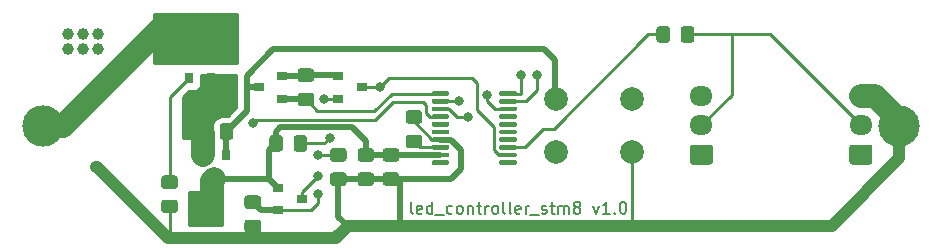
<source format=gtl>
G04 #@! TF.GenerationSoftware,KiCad,Pcbnew,(5.1.10)-1*
G04 #@! TF.CreationDate,2021-10-05T02:57:27+03:00*
G04 #@! TF.ProjectId,led_controller_stm8,6c65645f-636f-46e7-9472-6f6c6c65725f,rev?*
G04 #@! TF.SameCoordinates,Original*
G04 #@! TF.FileFunction,Copper,L1,Top*
G04 #@! TF.FilePolarity,Positive*
%FSLAX46Y46*%
G04 Gerber Fmt 4.6, Leading zero omitted, Abs format (unit mm)*
G04 Created by KiCad (PCBNEW (5.1.10)-1) date 2021-10-05 02:57:27*
%MOMM*%
%LPD*%
G01*
G04 APERTURE LIST*
G04 #@! TA.AperFunction,NonConductor*
%ADD10C,0.150000*%
G04 #@! TD*
G04 #@! TA.AperFunction,ComponentPad*
%ADD11O,1.950000X1.700000*%
G04 #@! TD*
G04 #@! TA.AperFunction,ComponentPad*
%ADD12C,3.500000*%
G04 #@! TD*
G04 #@! TA.AperFunction,ComponentPad*
%ADD13C,2.000000*%
G04 #@! TD*
G04 #@! TA.AperFunction,SMDPad,CuDef*
%ADD14R,0.900000X0.800000*%
G04 #@! TD*
G04 #@! TA.AperFunction,SMDPad,CuDef*
%ADD15R,0.800000X0.900000*%
G04 #@! TD*
G04 #@! TA.AperFunction,ComponentPad*
%ADD16C,1.000000*%
G04 #@! TD*
G04 #@! TA.AperFunction,ViaPad*
%ADD17C,1.000000*%
G04 #@! TD*
G04 #@! TA.AperFunction,ViaPad*
%ADD18C,0.800000*%
G04 #@! TD*
G04 #@! TA.AperFunction,Conductor*
%ADD19C,0.500000*%
G04 #@! TD*
G04 #@! TA.AperFunction,Conductor*
%ADD20C,0.250000*%
G04 #@! TD*
G04 #@! TA.AperFunction,Conductor*
%ADD21C,1.000000*%
G04 #@! TD*
G04 #@! TA.AperFunction,Conductor*
%ADD22C,2.000000*%
G04 #@! TD*
G04 #@! TA.AperFunction,Conductor*
%ADD23C,1.500000*%
G04 #@! TD*
G04 #@! TA.AperFunction,Conductor*
%ADD24C,0.254000*%
G04 #@! TD*
G04 #@! TA.AperFunction,Conductor*
%ADD25C,0.100000*%
G04 #@! TD*
G04 APERTURE END LIST*
D10*
X158797619Y-72452380D02*
X158702380Y-72404761D01*
X158654761Y-72309523D01*
X158654761Y-71452380D01*
X159559523Y-72404761D02*
X159464285Y-72452380D01*
X159273809Y-72452380D01*
X159178571Y-72404761D01*
X159130952Y-72309523D01*
X159130952Y-71928571D01*
X159178571Y-71833333D01*
X159273809Y-71785714D01*
X159464285Y-71785714D01*
X159559523Y-71833333D01*
X159607142Y-71928571D01*
X159607142Y-72023809D01*
X159130952Y-72119047D01*
X160464285Y-72452380D02*
X160464285Y-71452380D01*
X160464285Y-72404761D02*
X160369047Y-72452380D01*
X160178571Y-72452380D01*
X160083333Y-72404761D01*
X160035714Y-72357142D01*
X159988095Y-72261904D01*
X159988095Y-71976190D01*
X160035714Y-71880952D01*
X160083333Y-71833333D01*
X160178571Y-71785714D01*
X160369047Y-71785714D01*
X160464285Y-71833333D01*
X160702380Y-72547619D02*
X161464285Y-72547619D01*
X162130952Y-72404761D02*
X162035714Y-72452380D01*
X161845238Y-72452380D01*
X161750000Y-72404761D01*
X161702380Y-72357142D01*
X161654761Y-72261904D01*
X161654761Y-71976190D01*
X161702380Y-71880952D01*
X161750000Y-71833333D01*
X161845238Y-71785714D01*
X162035714Y-71785714D01*
X162130952Y-71833333D01*
X162702380Y-72452380D02*
X162607142Y-72404761D01*
X162559523Y-72357142D01*
X162511904Y-72261904D01*
X162511904Y-71976190D01*
X162559523Y-71880952D01*
X162607142Y-71833333D01*
X162702380Y-71785714D01*
X162845238Y-71785714D01*
X162940476Y-71833333D01*
X162988095Y-71880952D01*
X163035714Y-71976190D01*
X163035714Y-72261904D01*
X162988095Y-72357142D01*
X162940476Y-72404761D01*
X162845238Y-72452380D01*
X162702380Y-72452380D01*
X163464285Y-71785714D02*
X163464285Y-72452380D01*
X163464285Y-71880952D02*
X163511904Y-71833333D01*
X163607142Y-71785714D01*
X163750000Y-71785714D01*
X163845238Y-71833333D01*
X163892857Y-71928571D01*
X163892857Y-72452380D01*
X164226190Y-71785714D02*
X164607142Y-71785714D01*
X164369047Y-71452380D02*
X164369047Y-72309523D01*
X164416666Y-72404761D01*
X164511904Y-72452380D01*
X164607142Y-72452380D01*
X164940476Y-72452380D02*
X164940476Y-71785714D01*
X164940476Y-71976190D02*
X164988095Y-71880952D01*
X165035714Y-71833333D01*
X165130952Y-71785714D01*
X165226190Y-71785714D01*
X165702380Y-72452380D02*
X165607142Y-72404761D01*
X165559523Y-72357142D01*
X165511904Y-72261904D01*
X165511904Y-71976190D01*
X165559523Y-71880952D01*
X165607142Y-71833333D01*
X165702380Y-71785714D01*
X165845238Y-71785714D01*
X165940476Y-71833333D01*
X165988095Y-71880952D01*
X166035714Y-71976190D01*
X166035714Y-72261904D01*
X165988095Y-72357142D01*
X165940476Y-72404761D01*
X165845238Y-72452380D01*
X165702380Y-72452380D01*
X166607142Y-72452380D02*
X166511904Y-72404761D01*
X166464285Y-72309523D01*
X166464285Y-71452380D01*
X167130952Y-72452380D02*
X167035714Y-72404761D01*
X166988095Y-72309523D01*
X166988095Y-71452380D01*
X167892857Y-72404761D02*
X167797619Y-72452380D01*
X167607142Y-72452380D01*
X167511904Y-72404761D01*
X167464285Y-72309523D01*
X167464285Y-71928571D01*
X167511904Y-71833333D01*
X167607142Y-71785714D01*
X167797619Y-71785714D01*
X167892857Y-71833333D01*
X167940476Y-71928571D01*
X167940476Y-72023809D01*
X167464285Y-72119047D01*
X168369047Y-72452380D02*
X168369047Y-71785714D01*
X168369047Y-71976190D02*
X168416666Y-71880952D01*
X168464285Y-71833333D01*
X168559523Y-71785714D01*
X168654761Y-71785714D01*
X168750000Y-72547619D02*
X169511904Y-72547619D01*
X169702380Y-72404761D02*
X169797619Y-72452380D01*
X169988095Y-72452380D01*
X170083333Y-72404761D01*
X170130952Y-72309523D01*
X170130952Y-72261904D01*
X170083333Y-72166666D01*
X169988095Y-72119047D01*
X169845238Y-72119047D01*
X169750000Y-72071428D01*
X169702380Y-71976190D01*
X169702380Y-71928571D01*
X169750000Y-71833333D01*
X169845238Y-71785714D01*
X169988095Y-71785714D01*
X170083333Y-71833333D01*
X170416666Y-71785714D02*
X170797619Y-71785714D01*
X170559523Y-71452380D02*
X170559523Y-72309523D01*
X170607142Y-72404761D01*
X170702380Y-72452380D01*
X170797619Y-72452380D01*
X171130952Y-72452380D02*
X171130952Y-71785714D01*
X171130952Y-71880952D02*
X171178571Y-71833333D01*
X171273809Y-71785714D01*
X171416666Y-71785714D01*
X171511904Y-71833333D01*
X171559523Y-71928571D01*
X171559523Y-72452380D01*
X171559523Y-71928571D02*
X171607142Y-71833333D01*
X171702380Y-71785714D01*
X171845238Y-71785714D01*
X171940476Y-71833333D01*
X171988095Y-71928571D01*
X171988095Y-72452380D01*
X172607142Y-71880952D02*
X172511904Y-71833333D01*
X172464285Y-71785714D01*
X172416666Y-71690476D01*
X172416666Y-71642857D01*
X172464285Y-71547619D01*
X172511904Y-71500000D01*
X172607142Y-71452380D01*
X172797619Y-71452380D01*
X172892857Y-71500000D01*
X172940476Y-71547619D01*
X172988095Y-71642857D01*
X172988095Y-71690476D01*
X172940476Y-71785714D01*
X172892857Y-71833333D01*
X172797619Y-71880952D01*
X172607142Y-71880952D01*
X172511904Y-71928571D01*
X172464285Y-71976190D01*
X172416666Y-72071428D01*
X172416666Y-72261904D01*
X172464285Y-72357142D01*
X172511904Y-72404761D01*
X172607142Y-72452380D01*
X172797619Y-72452380D01*
X172892857Y-72404761D01*
X172940476Y-72357142D01*
X172988095Y-72261904D01*
X172988095Y-72071428D01*
X172940476Y-71976190D01*
X172892857Y-71928571D01*
X172797619Y-71880952D01*
X174083333Y-71785714D02*
X174321428Y-72452380D01*
X174559523Y-71785714D01*
X175464285Y-72452380D02*
X174892857Y-72452380D01*
X175178571Y-72452380D02*
X175178571Y-71452380D01*
X175083333Y-71595238D01*
X174988095Y-71690476D01*
X174892857Y-71738095D01*
X175892857Y-72357142D02*
X175940476Y-72404761D01*
X175892857Y-72452380D01*
X175845238Y-72404761D01*
X175892857Y-72357142D01*
X175892857Y-72452380D01*
X176559523Y-71452380D02*
X176654761Y-71452380D01*
X176750000Y-71500000D01*
X176797619Y-71547619D01*
X176845238Y-71642857D01*
X176892857Y-71833333D01*
X176892857Y-72071428D01*
X176845238Y-72261904D01*
X176797619Y-72357142D01*
X176750000Y-72404761D01*
X176654761Y-72452380D01*
X176559523Y-72452380D01*
X176464285Y-72404761D01*
X176416666Y-72357142D01*
X176369047Y-72261904D01*
X176321428Y-72071428D01*
X176321428Y-71833333D01*
X176369047Y-71642857D01*
X176416666Y-71547619D01*
X176464285Y-71500000D01*
X176559523Y-71452380D01*
D11*
X183240000Y-62450000D03*
X183240000Y-64950000D03*
G04 #@! TA.AperFunction,ComponentPad*
G36*
G01*
X183965000Y-68300000D02*
X182515000Y-68300000D01*
G75*
G02*
X182265000Y-68050000I0J250000D01*
G01*
X182265000Y-66850000D01*
G75*
G02*
X182515000Y-66600000I250000J0D01*
G01*
X183965000Y-66600000D01*
G75*
G02*
X184215000Y-66850000I0J-250000D01*
G01*
X184215000Y-68050000D01*
G75*
G02*
X183965000Y-68300000I-250000J0D01*
G01*
G37*
G04 #@! TD.AperFunction*
X196740000Y-62450000D03*
X196740000Y-64950000D03*
G04 #@! TA.AperFunction,ComponentPad*
G36*
G01*
X197465000Y-68300000D02*
X196015000Y-68300000D01*
G75*
G02*
X195765000Y-68050000I0J250000D01*
G01*
X195765000Y-66850000D01*
G75*
G02*
X196015000Y-66600000I250000J0D01*
G01*
X197465000Y-66600000D01*
G75*
G02*
X197715000Y-66850000I0J-250000D01*
G01*
X197715000Y-68050000D01*
G75*
G02*
X197465000Y-68300000I-250000J0D01*
G01*
G37*
G04 #@! TD.AperFunction*
D12*
X200000000Y-65000000D03*
X127500000Y-65000000D03*
G04 #@! TA.AperFunction,SMDPad,CuDef*
G36*
G01*
X180580000Y-56819999D02*
X180580000Y-57720001D01*
G75*
G02*
X180330001Y-57970000I-249999J0D01*
G01*
X179679999Y-57970000D01*
G75*
G02*
X179430000Y-57720001I0J249999D01*
G01*
X179430000Y-56819999D01*
G75*
G02*
X179679999Y-56570000I249999J0D01*
G01*
X180330001Y-56570000D01*
G75*
G02*
X180580000Y-56819999I0J-249999D01*
G01*
G37*
G04 #@! TD.AperFunction*
G04 #@! TA.AperFunction,SMDPad,CuDef*
G36*
G01*
X182630000Y-56819999D02*
X182630000Y-57720001D01*
G75*
G02*
X182380001Y-57970000I-249999J0D01*
G01*
X181729999Y-57970000D01*
G75*
G02*
X181480000Y-57720001I0J249999D01*
G01*
X181480000Y-56819999D01*
G75*
G02*
X181729999Y-56570000I249999J0D01*
G01*
X182380001Y-56570000D01*
G75*
G02*
X182630000Y-56819999I0J-249999D01*
G01*
G37*
G04 #@! TD.AperFunction*
G04 #@! TA.AperFunction,SMDPad,CuDef*
G36*
G01*
X166125000Y-62375000D02*
X166125000Y-62175000D01*
G75*
G02*
X166225000Y-62075000I100000J0D01*
G01*
X167500000Y-62075000D01*
G75*
G02*
X167600000Y-62175000I0J-100000D01*
G01*
X167600000Y-62375000D01*
G75*
G02*
X167500000Y-62475000I-100000J0D01*
G01*
X166225000Y-62475000D01*
G75*
G02*
X166125000Y-62375000I0J100000D01*
G01*
G37*
G04 #@! TD.AperFunction*
G04 #@! TA.AperFunction,SMDPad,CuDef*
G36*
G01*
X166125000Y-63025000D02*
X166125000Y-62825000D01*
G75*
G02*
X166225000Y-62725000I100000J0D01*
G01*
X167500000Y-62725000D01*
G75*
G02*
X167600000Y-62825000I0J-100000D01*
G01*
X167600000Y-63025000D01*
G75*
G02*
X167500000Y-63125000I-100000J0D01*
G01*
X166225000Y-63125000D01*
G75*
G02*
X166125000Y-63025000I0J100000D01*
G01*
G37*
G04 #@! TD.AperFunction*
G04 #@! TA.AperFunction,SMDPad,CuDef*
G36*
G01*
X166125000Y-63675000D02*
X166125000Y-63475000D01*
G75*
G02*
X166225000Y-63375000I100000J0D01*
G01*
X167500000Y-63375000D01*
G75*
G02*
X167600000Y-63475000I0J-100000D01*
G01*
X167600000Y-63675000D01*
G75*
G02*
X167500000Y-63775000I-100000J0D01*
G01*
X166225000Y-63775000D01*
G75*
G02*
X166125000Y-63675000I0J100000D01*
G01*
G37*
G04 #@! TD.AperFunction*
G04 #@! TA.AperFunction,SMDPad,CuDef*
G36*
G01*
X166125000Y-64325000D02*
X166125000Y-64125000D01*
G75*
G02*
X166225000Y-64025000I100000J0D01*
G01*
X167500000Y-64025000D01*
G75*
G02*
X167600000Y-64125000I0J-100000D01*
G01*
X167600000Y-64325000D01*
G75*
G02*
X167500000Y-64425000I-100000J0D01*
G01*
X166225000Y-64425000D01*
G75*
G02*
X166125000Y-64325000I0J100000D01*
G01*
G37*
G04 #@! TD.AperFunction*
G04 #@! TA.AperFunction,SMDPad,CuDef*
G36*
G01*
X166125000Y-64975000D02*
X166125000Y-64775000D01*
G75*
G02*
X166225000Y-64675000I100000J0D01*
G01*
X167500000Y-64675000D01*
G75*
G02*
X167600000Y-64775000I0J-100000D01*
G01*
X167600000Y-64975000D01*
G75*
G02*
X167500000Y-65075000I-100000J0D01*
G01*
X166225000Y-65075000D01*
G75*
G02*
X166125000Y-64975000I0J100000D01*
G01*
G37*
G04 #@! TD.AperFunction*
G04 #@! TA.AperFunction,SMDPad,CuDef*
G36*
G01*
X166125000Y-65625000D02*
X166125000Y-65425000D01*
G75*
G02*
X166225000Y-65325000I100000J0D01*
G01*
X167500000Y-65325000D01*
G75*
G02*
X167600000Y-65425000I0J-100000D01*
G01*
X167600000Y-65625000D01*
G75*
G02*
X167500000Y-65725000I-100000J0D01*
G01*
X166225000Y-65725000D01*
G75*
G02*
X166125000Y-65625000I0J100000D01*
G01*
G37*
G04 #@! TD.AperFunction*
G04 #@! TA.AperFunction,SMDPad,CuDef*
G36*
G01*
X166125000Y-66275000D02*
X166125000Y-66075000D01*
G75*
G02*
X166225000Y-65975000I100000J0D01*
G01*
X167500000Y-65975000D01*
G75*
G02*
X167600000Y-66075000I0J-100000D01*
G01*
X167600000Y-66275000D01*
G75*
G02*
X167500000Y-66375000I-100000J0D01*
G01*
X166225000Y-66375000D01*
G75*
G02*
X166125000Y-66275000I0J100000D01*
G01*
G37*
G04 #@! TD.AperFunction*
G04 #@! TA.AperFunction,SMDPad,CuDef*
G36*
G01*
X166125000Y-66925000D02*
X166125000Y-66725000D01*
G75*
G02*
X166225000Y-66625000I100000J0D01*
G01*
X167500000Y-66625000D01*
G75*
G02*
X167600000Y-66725000I0J-100000D01*
G01*
X167600000Y-66925000D01*
G75*
G02*
X167500000Y-67025000I-100000J0D01*
G01*
X166225000Y-67025000D01*
G75*
G02*
X166125000Y-66925000I0J100000D01*
G01*
G37*
G04 #@! TD.AperFunction*
G04 #@! TA.AperFunction,SMDPad,CuDef*
G36*
G01*
X166125000Y-67575000D02*
X166125000Y-67375000D01*
G75*
G02*
X166225000Y-67275000I100000J0D01*
G01*
X167500000Y-67275000D01*
G75*
G02*
X167600000Y-67375000I0J-100000D01*
G01*
X167600000Y-67575000D01*
G75*
G02*
X167500000Y-67675000I-100000J0D01*
G01*
X166225000Y-67675000D01*
G75*
G02*
X166125000Y-67575000I0J100000D01*
G01*
G37*
G04 #@! TD.AperFunction*
G04 #@! TA.AperFunction,SMDPad,CuDef*
G36*
G01*
X166125000Y-68225000D02*
X166125000Y-68025000D01*
G75*
G02*
X166225000Y-67925000I100000J0D01*
G01*
X167500000Y-67925000D01*
G75*
G02*
X167600000Y-68025000I0J-100000D01*
G01*
X167600000Y-68225000D01*
G75*
G02*
X167500000Y-68325000I-100000J0D01*
G01*
X166225000Y-68325000D01*
G75*
G02*
X166125000Y-68225000I0J100000D01*
G01*
G37*
G04 #@! TD.AperFunction*
G04 #@! TA.AperFunction,SMDPad,CuDef*
G36*
G01*
X160400000Y-68225000D02*
X160400000Y-68025000D01*
G75*
G02*
X160500000Y-67925000I100000J0D01*
G01*
X161775000Y-67925000D01*
G75*
G02*
X161875000Y-68025000I0J-100000D01*
G01*
X161875000Y-68225000D01*
G75*
G02*
X161775000Y-68325000I-100000J0D01*
G01*
X160500000Y-68325000D01*
G75*
G02*
X160400000Y-68225000I0J100000D01*
G01*
G37*
G04 #@! TD.AperFunction*
G04 #@! TA.AperFunction,SMDPad,CuDef*
G36*
G01*
X160400000Y-67575000D02*
X160400000Y-67375000D01*
G75*
G02*
X160500000Y-67275000I100000J0D01*
G01*
X161775000Y-67275000D01*
G75*
G02*
X161875000Y-67375000I0J-100000D01*
G01*
X161875000Y-67575000D01*
G75*
G02*
X161775000Y-67675000I-100000J0D01*
G01*
X160500000Y-67675000D01*
G75*
G02*
X160400000Y-67575000I0J100000D01*
G01*
G37*
G04 #@! TD.AperFunction*
G04 #@! TA.AperFunction,SMDPad,CuDef*
G36*
G01*
X160400000Y-66925000D02*
X160400000Y-66725000D01*
G75*
G02*
X160500000Y-66625000I100000J0D01*
G01*
X161775000Y-66625000D01*
G75*
G02*
X161875000Y-66725000I0J-100000D01*
G01*
X161875000Y-66925000D01*
G75*
G02*
X161775000Y-67025000I-100000J0D01*
G01*
X160500000Y-67025000D01*
G75*
G02*
X160400000Y-66925000I0J100000D01*
G01*
G37*
G04 #@! TD.AperFunction*
G04 #@! TA.AperFunction,SMDPad,CuDef*
G36*
G01*
X160400000Y-66275000D02*
X160400000Y-66075000D01*
G75*
G02*
X160500000Y-65975000I100000J0D01*
G01*
X161775000Y-65975000D01*
G75*
G02*
X161875000Y-66075000I0J-100000D01*
G01*
X161875000Y-66275000D01*
G75*
G02*
X161775000Y-66375000I-100000J0D01*
G01*
X160500000Y-66375000D01*
G75*
G02*
X160400000Y-66275000I0J100000D01*
G01*
G37*
G04 #@! TD.AperFunction*
G04 #@! TA.AperFunction,SMDPad,CuDef*
G36*
G01*
X160400000Y-65625000D02*
X160400000Y-65425000D01*
G75*
G02*
X160500000Y-65325000I100000J0D01*
G01*
X161775000Y-65325000D01*
G75*
G02*
X161875000Y-65425000I0J-100000D01*
G01*
X161875000Y-65625000D01*
G75*
G02*
X161775000Y-65725000I-100000J0D01*
G01*
X160500000Y-65725000D01*
G75*
G02*
X160400000Y-65625000I0J100000D01*
G01*
G37*
G04 #@! TD.AperFunction*
G04 #@! TA.AperFunction,SMDPad,CuDef*
G36*
G01*
X160400000Y-64975000D02*
X160400000Y-64775000D01*
G75*
G02*
X160500000Y-64675000I100000J0D01*
G01*
X161775000Y-64675000D01*
G75*
G02*
X161875000Y-64775000I0J-100000D01*
G01*
X161875000Y-64975000D01*
G75*
G02*
X161775000Y-65075000I-100000J0D01*
G01*
X160500000Y-65075000D01*
G75*
G02*
X160400000Y-64975000I0J100000D01*
G01*
G37*
G04 #@! TD.AperFunction*
G04 #@! TA.AperFunction,SMDPad,CuDef*
G36*
G01*
X160400000Y-64325000D02*
X160400000Y-64125000D01*
G75*
G02*
X160500000Y-64025000I100000J0D01*
G01*
X161775000Y-64025000D01*
G75*
G02*
X161875000Y-64125000I0J-100000D01*
G01*
X161875000Y-64325000D01*
G75*
G02*
X161775000Y-64425000I-100000J0D01*
G01*
X160500000Y-64425000D01*
G75*
G02*
X160400000Y-64325000I0J100000D01*
G01*
G37*
G04 #@! TD.AperFunction*
G04 #@! TA.AperFunction,SMDPad,CuDef*
G36*
G01*
X160400000Y-63675000D02*
X160400000Y-63475000D01*
G75*
G02*
X160500000Y-63375000I100000J0D01*
G01*
X161775000Y-63375000D01*
G75*
G02*
X161875000Y-63475000I0J-100000D01*
G01*
X161875000Y-63675000D01*
G75*
G02*
X161775000Y-63775000I-100000J0D01*
G01*
X160500000Y-63775000D01*
G75*
G02*
X160400000Y-63675000I0J100000D01*
G01*
G37*
G04 #@! TD.AperFunction*
G04 #@! TA.AperFunction,SMDPad,CuDef*
G36*
G01*
X160400000Y-63025000D02*
X160400000Y-62825000D01*
G75*
G02*
X160500000Y-62725000I100000J0D01*
G01*
X161775000Y-62725000D01*
G75*
G02*
X161875000Y-62825000I0J-100000D01*
G01*
X161875000Y-63025000D01*
G75*
G02*
X161775000Y-63125000I-100000J0D01*
G01*
X160500000Y-63125000D01*
G75*
G02*
X160400000Y-63025000I0J100000D01*
G01*
G37*
G04 #@! TD.AperFunction*
G04 #@! TA.AperFunction,SMDPad,CuDef*
G36*
G01*
X160400000Y-62375000D02*
X160400000Y-62175000D01*
G75*
G02*
X160500000Y-62075000I100000J0D01*
G01*
X161775000Y-62075000D01*
G75*
G02*
X161875000Y-62175000I0J-100000D01*
G01*
X161875000Y-62375000D01*
G75*
G02*
X161775000Y-62475000I-100000J0D01*
G01*
X160500000Y-62475000D01*
G75*
G02*
X160400000Y-62375000I0J100000D01*
G01*
G37*
G04 #@! TD.AperFunction*
D13*
X170900000Y-67250000D03*
X170900000Y-62750000D03*
X177400000Y-67250000D03*
X177400000Y-62750000D03*
G04 #@! TA.AperFunction,SMDPad,CuDef*
G36*
G01*
X144799999Y-72950000D02*
X145700001Y-72950000D01*
G75*
G02*
X145950000Y-73199999I0J-249999D01*
G01*
X145950000Y-73850001D01*
G75*
G02*
X145700001Y-74100000I-249999J0D01*
G01*
X144799999Y-74100000D01*
G75*
G02*
X144550000Y-73850001I0J249999D01*
G01*
X144550000Y-73199999D01*
G75*
G02*
X144799999Y-72950000I249999J0D01*
G01*
G37*
G04 #@! TD.AperFunction*
G04 #@! TA.AperFunction,SMDPad,CuDef*
G36*
G01*
X144799999Y-70900000D02*
X145700001Y-70900000D01*
G75*
G02*
X145950000Y-71149999I0J-249999D01*
G01*
X145950000Y-71800001D01*
G75*
G02*
X145700001Y-72050000I-249999J0D01*
G01*
X144799999Y-72050000D01*
G75*
G02*
X144550000Y-71800001I0J249999D01*
G01*
X144550000Y-71149999D01*
G75*
G02*
X144799999Y-70900000I249999J0D01*
G01*
G37*
G04 #@! TD.AperFunction*
G04 #@! TA.AperFunction,SMDPad,CuDef*
G36*
G01*
X152049999Y-68950000D02*
X152950001Y-68950000D01*
G75*
G02*
X153200000Y-69199999I0J-249999D01*
G01*
X153200000Y-69850001D01*
G75*
G02*
X152950001Y-70100000I-249999J0D01*
G01*
X152049999Y-70100000D01*
G75*
G02*
X151800000Y-69850001I0J249999D01*
G01*
X151800000Y-69199999D01*
G75*
G02*
X152049999Y-68950000I249999J0D01*
G01*
G37*
G04 #@! TD.AperFunction*
G04 #@! TA.AperFunction,SMDPad,CuDef*
G36*
G01*
X152049999Y-66900000D02*
X152950001Y-66900000D01*
G75*
G02*
X153200000Y-67149999I0J-249999D01*
G01*
X153200000Y-67800001D01*
G75*
G02*
X152950001Y-68050000I-249999J0D01*
G01*
X152049999Y-68050000D01*
G75*
G02*
X151800000Y-67800001I0J249999D01*
G01*
X151800000Y-67149999D01*
G75*
G02*
X152049999Y-66900000I249999J0D01*
G01*
G37*
G04 #@! TD.AperFunction*
G04 #@! TA.AperFunction,SMDPad,CuDef*
G36*
G01*
X137749999Y-71250000D02*
X138650001Y-71250000D01*
G75*
G02*
X138900000Y-71499999I0J-249999D01*
G01*
X138900000Y-72150001D01*
G75*
G02*
X138650001Y-72400000I-249999J0D01*
G01*
X137749999Y-72400000D01*
G75*
G02*
X137500000Y-72150001I0J249999D01*
G01*
X137500000Y-71499999D01*
G75*
G02*
X137749999Y-71250000I249999J0D01*
G01*
G37*
G04 #@! TD.AperFunction*
G04 #@! TA.AperFunction,SMDPad,CuDef*
G36*
G01*
X137749999Y-69200000D02*
X138650001Y-69200000D01*
G75*
G02*
X138900000Y-69449999I0J-249999D01*
G01*
X138900000Y-70100001D01*
G75*
G02*
X138650001Y-70350000I-249999J0D01*
G01*
X137749999Y-70350000D01*
G75*
G02*
X137500000Y-70100001I0J249999D01*
G01*
X137500000Y-69449999D01*
G75*
G02*
X137749999Y-69200000I249999J0D01*
G01*
G37*
G04 #@! TD.AperFunction*
G04 #@! TA.AperFunction,SMDPad,CuDef*
G36*
G01*
X150200001Y-61300000D02*
X149299999Y-61300000D01*
G75*
G02*
X149050000Y-61050001I0J249999D01*
G01*
X149050000Y-60399999D01*
G75*
G02*
X149299999Y-60150000I249999J0D01*
G01*
X150200001Y-60150000D01*
G75*
G02*
X150450000Y-60399999I0J-249999D01*
G01*
X150450000Y-61050001D01*
G75*
G02*
X150200001Y-61300000I-249999J0D01*
G01*
G37*
G04 #@! TD.AperFunction*
G04 #@! TA.AperFunction,SMDPad,CuDef*
G36*
G01*
X150200001Y-63350000D02*
X149299999Y-63350000D01*
G75*
G02*
X149050000Y-63100001I0J249999D01*
G01*
X149050000Y-62449999D01*
G75*
G02*
X149299999Y-62200000I249999J0D01*
G01*
X150200001Y-62200000D01*
G75*
G02*
X150450000Y-62449999I0J-249999D01*
G01*
X150450000Y-63100001D01*
G75*
G02*
X150200001Y-63350000I-249999J0D01*
G01*
G37*
G04 #@! TD.AperFunction*
G04 #@! TA.AperFunction,SMDPad,CuDef*
G36*
G01*
X148700000Y-66950001D02*
X148700000Y-66049999D01*
G75*
G02*
X148949999Y-65800000I249999J0D01*
G01*
X149600001Y-65800000D01*
G75*
G02*
X149850000Y-66049999I0J-249999D01*
G01*
X149850000Y-66950001D01*
G75*
G02*
X149600001Y-67200000I-249999J0D01*
G01*
X148949999Y-67200000D01*
G75*
G02*
X148700000Y-66950001I0J249999D01*
G01*
G37*
G04 #@! TD.AperFunction*
G04 #@! TA.AperFunction,SMDPad,CuDef*
G36*
G01*
X146650000Y-66950001D02*
X146650000Y-66049999D01*
G75*
G02*
X146899999Y-65800000I249999J0D01*
G01*
X147550001Y-65800000D01*
G75*
G02*
X147800000Y-66049999I0J-249999D01*
G01*
X147800000Y-66950001D01*
G75*
G02*
X147550001Y-67200000I-249999J0D01*
G01*
X146899999Y-67200000D01*
G75*
G02*
X146650000Y-66950001I0J249999D01*
G01*
G37*
G04 #@! TD.AperFunction*
G04 #@! TA.AperFunction,SMDPad,CuDef*
G36*
G01*
X142450000Y-65950001D02*
X142450000Y-65049999D01*
G75*
G02*
X142699999Y-64800000I249999J0D01*
G01*
X143350001Y-64800000D01*
G75*
G02*
X143600000Y-65049999I0J-249999D01*
G01*
X143600000Y-65950001D01*
G75*
G02*
X143350001Y-66200000I-249999J0D01*
G01*
X142699999Y-66200000D01*
G75*
G02*
X142450000Y-65950001I0J249999D01*
G01*
G37*
G04 #@! TD.AperFunction*
G04 #@! TA.AperFunction,SMDPad,CuDef*
G36*
G01*
X140400000Y-65950001D02*
X140400000Y-65049999D01*
G75*
G02*
X140649999Y-64800000I249999J0D01*
G01*
X141300001Y-64800000D01*
G75*
G02*
X141550000Y-65049999I0J-249999D01*
G01*
X141550000Y-65950001D01*
G75*
G02*
X141300001Y-66200000I-249999J0D01*
G01*
X140649999Y-66200000D01*
G75*
G02*
X140400000Y-65950001I0J249999D01*
G01*
G37*
G04 #@! TD.AperFunction*
D14*
X154500000Y-61750000D03*
X152500000Y-62700000D03*
X152500000Y-60800000D03*
X145750000Y-61750000D03*
X147750000Y-60800000D03*
X147750000Y-62700000D03*
D15*
X142000000Y-69500000D03*
X141050000Y-67500000D03*
X142950000Y-67500000D03*
X140800000Y-59000000D03*
X141750000Y-61000000D03*
X139850000Y-61000000D03*
D16*
X132140000Y-57200000D03*
X132140000Y-58470000D03*
X130870000Y-57200000D03*
X130870000Y-58470000D03*
X129600000Y-57200000D03*
X129600000Y-58470000D03*
D14*
X149400000Y-71200000D03*
X147400000Y-72150000D03*
X147400000Y-70250000D03*
G04 #@! TA.AperFunction,SMDPad,CuDef*
G36*
G01*
X159350001Y-64850000D02*
X158449999Y-64850000D01*
G75*
G02*
X158200000Y-64600001I0J249999D01*
G01*
X158200000Y-63949999D01*
G75*
G02*
X158449999Y-63700000I249999J0D01*
G01*
X159350001Y-63700000D01*
G75*
G02*
X159600000Y-63949999I0J-249999D01*
G01*
X159600000Y-64600001D01*
G75*
G02*
X159350001Y-64850000I-249999J0D01*
G01*
G37*
G04 #@! TD.AperFunction*
G04 #@! TA.AperFunction,SMDPad,CuDef*
G36*
G01*
X159350001Y-66900000D02*
X158449999Y-66900000D01*
G75*
G02*
X158200000Y-66650001I0J249999D01*
G01*
X158200000Y-65999999D01*
G75*
G02*
X158449999Y-65750000I249999J0D01*
G01*
X159350001Y-65750000D01*
G75*
G02*
X159600000Y-65999999I0J-249999D01*
G01*
X159600000Y-66650001D01*
G75*
G02*
X159350001Y-66900000I-249999J0D01*
G01*
G37*
G04 #@! TD.AperFunction*
G04 #@! TA.AperFunction,SMDPad,CuDef*
G36*
G01*
X157400001Y-68050000D02*
X156499999Y-68050000D01*
G75*
G02*
X156250000Y-67800001I0J249999D01*
G01*
X156250000Y-67149999D01*
G75*
G02*
X156499999Y-66900000I249999J0D01*
G01*
X157400001Y-66900000D01*
G75*
G02*
X157650000Y-67149999I0J-249999D01*
G01*
X157650000Y-67800001D01*
G75*
G02*
X157400001Y-68050000I-249999J0D01*
G01*
G37*
G04 #@! TD.AperFunction*
G04 #@! TA.AperFunction,SMDPad,CuDef*
G36*
G01*
X157400001Y-70100000D02*
X156499999Y-70100000D01*
G75*
G02*
X156250000Y-69850001I0J249999D01*
G01*
X156250000Y-69199999D01*
G75*
G02*
X156499999Y-68950000I249999J0D01*
G01*
X157400001Y-68950000D01*
G75*
G02*
X157650000Y-69199999I0J-249999D01*
G01*
X157650000Y-69850001D01*
G75*
G02*
X157400001Y-70100000I-249999J0D01*
G01*
G37*
G04 #@! TD.AperFunction*
G04 #@! TA.AperFunction,SMDPad,CuDef*
G36*
G01*
X155275001Y-68050000D02*
X154374999Y-68050000D01*
G75*
G02*
X154125000Y-67800001I0J249999D01*
G01*
X154125000Y-67149999D01*
G75*
G02*
X154374999Y-66900000I249999J0D01*
G01*
X155275001Y-66900000D01*
G75*
G02*
X155525000Y-67149999I0J-249999D01*
G01*
X155525000Y-67800001D01*
G75*
G02*
X155275001Y-68050000I-249999J0D01*
G01*
G37*
G04 #@! TD.AperFunction*
G04 #@! TA.AperFunction,SMDPad,CuDef*
G36*
G01*
X155275001Y-70100000D02*
X154374999Y-70100000D01*
G75*
G02*
X154125000Y-69850001I0J249999D01*
G01*
X154125000Y-69199999D01*
G75*
G02*
X154374999Y-68950000I249999J0D01*
G01*
X155275001Y-68950000D01*
G75*
G02*
X155525000Y-69199999I0J-249999D01*
G01*
X155525000Y-69850001D01*
G75*
G02*
X155275001Y-70100000I-249999J0D01*
G01*
G37*
G04 #@! TD.AperFunction*
D17*
X132000004Y-68500010D03*
X141800000Y-72750000D03*
X141800000Y-71250000D03*
X140500000Y-71250000D03*
X140500000Y-72750000D03*
D18*
X168000000Y-60700000D03*
X150750000Y-69250000D03*
X169300000Y-60700000D03*
X150750000Y-70750000D03*
X163449988Y-64250000D03*
X162675000Y-62925000D03*
X165100000Y-62399994D03*
X145250000Y-64750000D03*
X156000000Y-61750000D03*
X151750000Y-66000006D03*
X151250000Y-62750000D03*
X150750000Y-67500008D03*
D19*
X145250000Y-73525000D02*
X145250000Y-74500000D01*
X156625000Y-69525000D02*
X152500000Y-69525000D01*
X156625000Y-69525000D02*
X157725000Y-69525000D01*
D20*
X159000000Y-64275000D02*
X159200000Y-64475000D01*
X160448942Y-66175000D02*
X161137500Y-66175000D01*
X158900000Y-64626058D02*
X160448942Y-66175000D01*
X158900000Y-64275000D02*
X158900000Y-64626058D01*
D19*
X162002834Y-66175000D02*
X161137500Y-66175000D01*
X162900000Y-67072166D02*
X162002834Y-66175000D01*
X162900000Y-68700000D02*
X162900000Y-67072166D01*
X162075000Y-69525000D02*
X162900000Y-68700000D01*
X157725000Y-69525000D02*
X162075000Y-69525000D01*
D21*
X138100000Y-74500000D02*
X132100010Y-68500010D01*
X132100010Y-68500010D02*
X132000004Y-68500010D01*
D20*
X138250000Y-74350000D02*
X138100000Y-74500000D01*
X138250000Y-71875000D02*
X138250000Y-74350000D01*
X138200000Y-71825000D02*
X138250000Y-71875000D01*
D22*
X197950000Y-62450000D02*
X196740000Y-62450000D01*
X200000000Y-64500000D02*
X197950000Y-62450000D01*
X200000000Y-65000000D02*
X200000000Y-64500000D01*
D21*
X152524990Y-74274990D02*
X152500000Y-74250000D01*
X152299980Y-74500000D02*
X138100000Y-74500000D01*
X152524990Y-74274990D02*
X152299980Y-74500000D01*
X153299980Y-73500000D02*
X152524990Y-74274990D01*
D19*
X157725000Y-73275000D02*
X157500000Y-73500000D01*
X157725000Y-69525000D02*
X157725000Y-73275000D01*
X152500000Y-72700020D02*
X153299980Y-73500000D01*
X152500000Y-69525000D02*
X152500000Y-72700020D01*
D20*
X177400000Y-73400000D02*
X177500000Y-73500000D01*
X177400000Y-67500000D02*
X177400000Y-73400000D01*
D21*
X194250000Y-73500000D02*
X153299980Y-73500000D01*
X200000000Y-67750000D02*
X194250000Y-73500000D01*
X200000000Y-65000000D02*
X200000000Y-67750000D01*
D19*
X146650000Y-69500000D02*
X147400000Y-70250000D01*
X142000000Y-69500000D02*
X146650000Y-69500000D01*
D22*
X141800000Y-69700000D02*
X142000000Y-69500000D01*
X141800000Y-71100000D02*
X141800000Y-69700000D01*
D19*
X146650000Y-69500000D02*
X147225000Y-70075000D01*
X146650000Y-67075000D02*
X146650000Y-69500000D01*
X147225000Y-66500000D02*
X146650000Y-67075000D01*
X160272166Y-67475000D02*
X161137500Y-67475000D01*
X154825000Y-67475000D02*
X160272166Y-67475000D01*
X154825000Y-66325000D02*
X154825000Y-67475000D01*
X153649993Y-65149993D02*
X154825000Y-66325000D01*
X147587507Y-65149993D02*
X153649993Y-65149993D01*
X147225000Y-65512500D02*
X147587507Y-65149993D01*
X147225000Y-66500000D02*
X147225000Y-65512500D01*
D22*
X129200000Y-65000000D02*
X137400000Y-56800000D01*
X127500000Y-65000000D02*
X129200000Y-65000000D01*
D23*
X137400000Y-56800000D02*
X138200000Y-56800000D01*
D20*
X159400000Y-66825000D02*
X161137500Y-66825000D01*
X158900000Y-66325000D02*
X159400000Y-66825000D01*
X168000000Y-62200000D02*
X168000000Y-60700000D01*
X167925000Y-62275000D02*
X168000000Y-62200000D01*
X166862500Y-62275000D02*
X167925000Y-62275000D01*
X149400000Y-71200000D02*
X149400000Y-70600000D01*
X149400000Y-70600000D02*
X150750000Y-69250000D01*
D19*
X145925000Y-72150000D02*
X145250000Y-71475000D01*
X147400000Y-72150000D02*
X145925000Y-72150000D01*
D20*
X166887500Y-62900000D02*
X166862500Y-62925000D01*
X168362500Y-62900000D02*
X166887500Y-62900000D01*
X169300000Y-61962500D02*
X168362500Y-62900000D01*
X169300000Y-60700000D02*
X169300000Y-61962500D01*
X150750000Y-71565687D02*
X150750000Y-70750000D01*
X150165687Y-72150000D02*
X150750000Y-71565687D01*
X147400000Y-72150000D02*
X150165687Y-72150000D01*
X161137500Y-63575000D02*
X161875000Y-63575000D01*
X161875000Y-63575000D02*
X162550000Y-64250000D01*
X162550000Y-64250000D02*
X163449988Y-64250000D01*
X161137500Y-62925000D02*
X162675000Y-62925000D01*
X165100000Y-62900000D02*
X165100000Y-62399994D01*
X165775000Y-63575000D02*
X165100000Y-62900000D01*
X166862500Y-63575000D02*
X165775000Y-63575000D01*
X145500000Y-64500000D02*
X145250000Y-64750000D01*
X155600000Y-64500000D02*
X145500000Y-64500000D01*
X157100000Y-63000000D02*
X155600000Y-64500000D01*
X159700000Y-63000000D02*
X157100000Y-63000000D01*
X159925010Y-63225010D02*
X159700000Y-63000000D01*
X159925010Y-63925010D02*
X159925010Y-63225010D01*
X160225000Y-64225000D02*
X159925010Y-63925010D01*
X161331595Y-64225000D02*
X160225000Y-64225000D01*
X178750000Y-57270000D02*
X180005000Y-57270000D01*
X170770000Y-65250000D02*
X178750000Y-57270000D01*
X169850000Y-65250000D02*
X170770000Y-65250000D01*
X168275000Y-66825000D02*
X169850000Y-65250000D01*
X166862500Y-66825000D02*
X168275000Y-66825000D01*
D23*
X141050000Y-65575000D02*
X140975000Y-65500000D01*
D22*
X141050000Y-67500000D02*
X141050000Y-65575000D01*
D20*
X141750000Y-61000000D02*
X141750000Y-61150000D01*
X138450000Y-62400000D02*
X139850000Y-61000000D01*
X138250000Y-62600000D02*
X138450000Y-62400000D01*
X138250000Y-69725000D02*
X138250000Y-62600000D01*
X138200000Y-69775000D02*
X138250000Y-69725000D01*
D19*
X142950000Y-65575000D02*
X143025000Y-65500000D01*
X142950000Y-67500000D02*
X142950000Y-65575000D01*
X145750000Y-61750000D02*
X144750000Y-61750000D01*
X144750000Y-63775000D02*
X143025000Y-65500000D01*
X144750000Y-61750000D02*
X144750000Y-63775000D01*
X144750000Y-60750000D02*
X144750000Y-61750000D01*
X147000000Y-58500000D02*
X144750000Y-60750000D01*
X169900000Y-58500000D02*
X147000000Y-58500000D01*
X170800000Y-59400000D02*
X169900000Y-58500000D01*
X170800000Y-62900000D02*
X170800000Y-59400000D01*
X170900000Y-63000000D02*
X170800000Y-62900000D01*
X149675000Y-60800000D02*
X149750000Y-60725000D01*
X147750000Y-60800000D02*
X149675000Y-60800000D01*
X152425000Y-60725000D02*
X152500000Y-60800000D01*
X149750000Y-60725000D02*
X152425000Y-60725000D01*
X149675000Y-62700000D02*
X149750000Y-62775000D01*
X147750000Y-62700000D02*
X149675000Y-62700000D01*
D20*
X150725000Y-63750000D02*
X149750000Y-62775000D01*
X155550000Y-63750000D02*
X150725000Y-63750000D01*
X157025000Y-62275000D02*
X155550000Y-63750000D01*
X161137500Y-62275000D02*
X157025000Y-62275000D01*
X154500000Y-61750000D02*
X156000000Y-61750000D01*
X156750000Y-61000000D02*
X156000000Y-61750000D01*
X165675000Y-67025000D02*
X166125000Y-67475000D01*
X166125000Y-67475000D02*
X166862500Y-67475000D01*
X165675000Y-65148004D02*
X165675000Y-67025000D01*
X164200000Y-63673004D02*
X165675000Y-65148004D01*
X164200000Y-61400000D02*
X164200000Y-63673004D01*
X163800000Y-61000000D02*
X164200000Y-61400000D01*
X156750000Y-61000000D02*
X163800000Y-61000000D01*
X149275000Y-66500000D02*
X151250006Y-66500000D01*
X151250006Y-66500000D02*
X151750000Y-66000006D01*
X151300000Y-62700000D02*
X151250000Y-62750000D01*
X152500000Y-62700000D02*
X151300000Y-62700000D01*
X152500000Y-67475000D02*
X150775008Y-67475000D01*
X150775008Y-67475000D02*
X150750000Y-67500008D01*
X196750000Y-64975000D02*
X196750000Y-65000000D01*
X196750000Y-64960000D02*
X196750000Y-64975000D01*
X189060000Y-57270000D02*
X196750000Y-64960000D01*
X184430000Y-57270000D02*
X189060000Y-57270000D01*
X182055000Y-57270000D02*
X184430000Y-57270000D01*
X185800000Y-57280000D02*
X185790000Y-57270000D01*
X185800000Y-62390000D02*
X185800000Y-57280000D01*
X183240000Y-64950000D02*
X185800000Y-62390000D01*
D24*
X142623000Y-73365000D02*
X139877000Y-73365000D01*
X139877000Y-70627000D01*
X142623000Y-70627000D01*
X142623000Y-73365000D01*
G04 #@! TA.AperFunction,Conductor*
D25*
G36*
X142623000Y-73365000D02*
G01*
X139877000Y-73365000D01*
X139877000Y-70627000D01*
X142623000Y-70627000D01*
X142623000Y-73365000D01*
G37*
G04 #@! TD.AperFunction*
D24*
X143897285Y-55551122D02*
X143873720Y-59722126D01*
X136877715Y-59673878D01*
X136901280Y-55502874D01*
X143897285Y-55551122D01*
G04 #@! TA.AperFunction,Conductor*
D25*
G36*
X143897285Y-55551122D02*
G01*
X143873720Y-59722126D01*
X136877715Y-59673878D01*
X136901280Y-55502874D01*
X143897285Y-55551122D01*
G37*
G04 #@! TD.AperFunction*
D24*
X143860719Y-60750000D02*
X143865000Y-60793470D01*
X143865001Y-61706514D01*
X143860718Y-61750000D01*
X143865000Y-61793477D01*
X143865001Y-63408420D01*
X143111494Y-64161928D01*
X142699999Y-64161928D01*
X142526745Y-64178992D01*
X142360149Y-64229528D01*
X142206613Y-64311595D01*
X142072038Y-64422038D01*
X141961595Y-64556613D01*
X141879528Y-64710149D01*
X141828992Y-64876745D01*
X141811928Y-65049999D01*
X141811928Y-65950001D01*
X141824042Y-66073000D01*
X139328139Y-66073000D01*
X139359457Y-62565344D01*
X139836730Y-62088072D01*
X140250000Y-62088072D01*
X140374482Y-62075812D01*
X140494180Y-62039502D01*
X140604494Y-61980537D01*
X140701185Y-61901185D01*
X140780537Y-61804494D01*
X140839502Y-61694180D01*
X140875812Y-61574482D01*
X140888072Y-61450000D01*
X140888072Y-60727000D01*
X143862984Y-60727000D01*
X143860719Y-60750000D01*
G04 #@! TA.AperFunction,Conductor*
D25*
G36*
X143860719Y-60750000D02*
G01*
X143865000Y-60793470D01*
X143865001Y-61706514D01*
X143860718Y-61750000D01*
X143865000Y-61793477D01*
X143865001Y-63408420D01*
X143111494Y-64161928D01*
X142699999Y-64161928D01*
X142526745Y-64178992D01*
X142360149Y-64229528D01*
X142206613Y-64311595D01*
X142072038Y-64422038D01*
X141961595Y-64556613D01*
X141879528Y-64710149D01*
X141828992Y-64876745D01*
X141811928Y-65049999D01*
X141811928Y-65950001D01*
X141824042Y-66073000D01*
X139328139Y-66073000D01*
X139359457Y-62565344D01*
X139836730Y-62088072D01*
X140250000Y-62088072D01*
X140374482Y-62075812D01*
X140494180Y-62039502D01*
X140604494Y-61980537D01*
X140701185Y-61901185D01*
X140780537Y-61804494D01*
X140839502Y-61694180D01*
X140875812Y-61574482D01*
X140888072Y-61450000D01*
X140888072Y-60727000D01*
X143862984Y-60727000D01*
X143860719Y-60750000D01*
G37*
G04 #@! TD.AperFunction*
M02*

</source>
